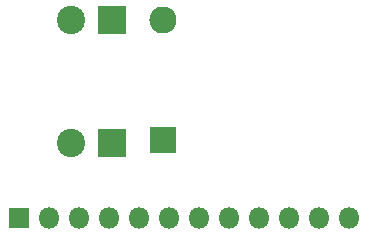
<source format=gbr>
%TF.GenerationSoftware,KiCad,Pcbnew,5.1.6+dfsg1-1*%
%TF.CreationDate,2020-12-14T15:48:38-08:00*%
%TF.ProjectId,High_Current_Analog,48696768-5f43-4757-9272-656e745f416e,rev?*%
%TF.SameCoordinates,Original*%
%TF.FileFunction,Soldermask,Bot*%
%TF.FilePolarity,Negative*%
%FSLAX46Y46*%
G04 Gerber Fmt 4.6, Leading zero omitted, Abs format (unit mm)*
G04 Created by KiCad (PCBNEW 5.1.6+dfsg1-1) date 2020-12-14 15:48:38*
%MOMM*%
%LPD*%
G01*
G04 APERTURE LIST*
%ADD10C,2.400000*%
%ADD11R,2.400000X2.400000*%
%ADD12O,1.800000X1.800000*%
%ADD13R,1.800000X1.800000*%
%ADD14O,2.300000X2.300000*%
%ADD15R,2.300000X2.300000*%
G04 APERTURE END LIST*
D10*
%TO.C,J3*%
X125278000Y-64770000D03*
D11*
X128778000Y-64770000D03*
%TD*%
D10*
%TO.C,J2*%
X125278000Y-54356000D03*
D11*
X128778000Y-54356000D03*
%TD*%
D12*
%TO.C,J1*%
X148844000Y-71120000D03*
X146304000Y-71120000D03*
X143764000Y-71120000D03*
X141224000Y-71120000D03*
X138684000Y-71120000D03*
X136144000Y-71120000D03*
X133604000Y-71120000D03*
X131064000Y-71120000D03*
X128524000Y-71120000D03*
X125984000Y-71120000D03*
X123444000Y-71120000D03*
D13*
X120904000Y-71120000D03*
%TD*%
D14*
%TO.C,D2*%
X133096000Y-54356000D03*
D15*
X133096000Y-64516000D03*
%TD*%
M02*

</source>
